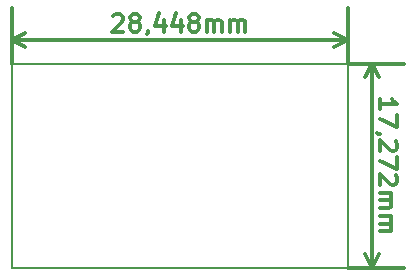
<source format=gbr>
G04 #@! TF.FileFunction,Drawing*
%FSLAX46Y46*%
G04 Gerber Fmt 4.6, Leading zero omitted, Abs format (unit mm)*
G04 Created by KiCad (PCBNEW 4.0.2-stable) date 07/05/2016 12:43:24*
%MOMM*%
G01*
G04 APERTURE LIST*
%ADD10C,0.100000*%
%ADD11C,0.300000*%
%ADD12C,0.150000*%
G04 APERTURE END LIST*
D10*
D11*
X163485429Y-96306287D02*
X163485429Y-95449144D01*
X163485429Y-95877716D02*
X164985429Y-95877716D01*
X164771143Y-95734859D01*
X164628286Y-95592001D01*
X164556857Y-95449144D01*
X164985429Y-96806287D02*
X164985429Y-97806287D01*
X163485429Y-97163430D01*
X163556857Y-98449143D02*
X163485429Y-98449143D01*
X163342571Y-98377715D01*
X163271143Y-98306286D01*
X164842571Y-99020572D02*
X164914000Y-99092001D01*
X164985429Y-99234858D01*
X164985429Y-99592001D01*
X164914000Y-99734858D01*
X164842571Y-99806287D01*
X164699714Y-99877715D01*
X164556857Y-99877715D01*
X164342571Y-99806287D01*
X163485429Y-98949144D01*
X163485429Y-99877715D01*
X164985429Y-100377715D02*
X164985429Y-101377715D01*
X163485429Y-100734858D01*
X164842571Y-101877714D02*
X164914000Y-101949143D01*
X164985429Y-102092000D01*
X164985429Y-102449143D01*
X164914000Y-102592000D01*
X164842571Y-102663429D01*
X164699714Y-102734857D01*
X164556857Y-102734857D01*
X164342571Y-102663429D01*
X163485429Y-101806286D01*
X163485429Y-102734857D01*
X163485429Y-103377714D02*
X164485429Y-103377714D01*
X164342571Y-103377714D02*
X164414000Y-103449142D01*
X164485429Y-103592000D01*
X164485429Y-103806285D01*
X164414000Y-103949142D01*
X164271143Y-104020571D01*
X163485429Y-104020571D01*
X164271143Y-104020571D02*
X164414000Y-104092000D01*
X164485429Y-104234857D01*
X164485429Y-104449142D01*
X164414000Y-104592000D01*
X164271143Y-104663428D01*
X163485429Y-104663428D01*
X163485429Y-105377714D02*
X164485429Y-105377714D01*
X164342571Y-105377714D02*
X164414000Y-105449142D01*
X164485429Y-105592000D01*
X164485429Y-105806285D01*
X164414000Y-105949142D01*
X164271143Y-106020571D01*
X163485429Y-106020571D01*
X164271143Y-106020571D02*
X164414000Y-106092000D01*
X164485429Y-106234857D01*
X164485429Y-106449142D01*
X164414000Y-106592000D01*
X164271143Y-106663428D01*
X163485429Y-106663428D01*
X162814000Y-92456000D02*
X162814000Y-109728000D01*
X160782000Y-92456000D02*
X165514000Y-92456000D01*
X160782000Y-109728000D02*
X165514000Y-109728000D01*
X162814000Y-109728000D02*
X162227579Y-108601496D01*
X162814000Y-109728000D02*
X163400421Y-108601496D01*
X162814000Y-92456000D02*
X162227579Y-93582504D01*
X162814000Y-92456000D02*
X163400421Y-93582504D01*
X140915144Y-88395429D02*
X140986573Y-88324000D01*
X141129430Y-88252571D01*
X141486573Y-88252571D01*
X141629430Y-88324000D01*
X141700859Y-88395429D01*
X141772287Y-88538286D01*
X141772287Y-88681143D01*
X141700859Y-88895429D01*
X140843716Y-89752571D01*
X141772287Y-89752571D01*
X142629430Y-88895429D02*
X142486572Y-88824000D01*
X142415144Y-88752571D01*
X142343715Y-88609714D01*
X142343715Y-88538286D01*
X142415144Y-88395429D01*
X142486572Y-88324000D01*
X142629430Y-88252571D01*
X142915144Y-88252571D01*
X143058001Y-88324000D01*
X143129430Y-88395429D01*
X143200858Y-88538286D01*
X143200858Y-88609714D01*
X143129430Y-88752571D01*
X143058001Y-88824000D01*
X142915144Y-88895429D01*
X142629430Y-88895429D01*
X142486572Y-88966857D01*
X142415144Y-89038286D01*
X142343715Y-89181143D01*
X142343715Y-89466857D01*
X142415144Y-89609714D01*
X142486572Y-89681143D01*
X142629430Y-89752571D01*
X142915144Y-89752571D01*
X143058001Y-89681143D01*
X143129430Y-89609714D01*
X143200858Y-89466857D01*
X143200858Y-89181143D01*
X143129430Y-89038286D01*
X143058001Y-88966857D01*
X142915144Y-88895429D01*
X143915143Y-89681143D02*
X143915143Y-89752571D01*
X143843715Y-89895429D01*
X143772286Y-89966857D01*
X145200858Y-88752571D02*
X145200858Y-89752571D01*
X144843715Y-88181143D02*
X144486572Y-89252571D01*
X145415144Y-89252571D01*
X146629429Y-88752571D02*
X146629429Y-89752571D01*
X146272286Y-88181143D02*
X145915143Y-89252571D01*
X146843715Y-89252571D01*
X147629429Y-88895429D02*
X147486571Y-88824000D01*
X147415143Y-88752571D01*
X147343714Y-88609714D01*
X147343714Y-88538286D01*
X147415143Y-88395429D01*
X147486571Y-88324000D01*
X147629429Y-88252571D01*
X147915143Y-88252571D01*
X148058000Y-88324000D01*
X148129429Y-88395429D01*
X148200857Y-88538286D01*
X148200857Y-88609714D01*
X148129429Y-88752571D01*
X148058000Y-88824000D01*
X147915143Y-88895429D01*
X147629429Y-88895429D01*
X147486571Y-88966857D01*
X147415143Y-89038286D01*
X147343714Y-89181143D01*
X147343714Y-89466857D01*
X147415143Y-89609714D01*
X147486571Y-89681143D01*
X147629429Y-89752571D01*
X147915143Y-89752571D01*
X148058000Y-89681143D01*
X148129429Y-89609714D01*
X148200857Y-89466857D01*
X148200857Y-89181143D01*
X148129429Y-89038286D01*
X148058000Y-88966857D01*
X147915143Y-88895429D01*
X148843714Y-89752571D02*
X148843714Y-88752571D01*
X148843714Y-88895429D02*
X148915142Y-88824000D01*
X149058000Y-88752571D01*
X149272285Y-88752571D01*
X149415142Y-88824000D01*
X149486571Y-88966857D01*
X149486571Y-89752571D01*
X149486571Y-88966857D02*
X149558000Y-88824000D01*
X149700857Y-88752571D01*
X149915142Y-88752571D01*
X150058000Y-88824000D01*
X150129428Y-88966857D01*
X150129428Y-89752571D01*
X150843714Y-89752571D02*
X150843714Y-88752571D01*
X150843714Y-88895429D02*
X150915142Y-88824000D01*
X151058000Y-88752571D01*
X151272285Y-88752571D01*
X151415142Y-88824000D01*
X151486571Y-88966857D01*
X151486571Y-89752571D01*
X151486571Y-88966857D02*
X151558000Y-88824000D01*
X151700857Y-88752571D01*
X151915142Y-88752571D01*
X152058000Y-88824000D01*
X152129428Y-88966857D01*
X152129428Y-89752571D01*
X160782000Y-90424000D02*
X132334000Y-90424000D01*
X160782000Y-92456000D02*
X160782000Y-87724000D01*
X132334000Y-92456000D02*
X132334000Y-87724000D01*
X132334000Y-90424000D02*
X133460504Y-89837579D01*
X132334000Y-90424000D02*
X133460504Y-91010421D01*
X160782000Y-90424000D02*
X159655496Y-89837579D01*
X160782000Y-90424000D02*
X159655496Y-91010421D01*
D12*
X160782000Y-92456000D02*
X155194000Y-92456000D01*
X160782000Y-109728000D02*
X160782000Y-92456000D01*
X155194000Y-109728000D02*
X160782000Y-109728000D01*
X132334000Y-92456000D02*
X133350000Y-92456000D01*
X132334000Y-109728000D02*
X132334000Y-92456000D01*
X155194000Y-109728000D02*
X132334000Y-109728000D01*
X133350000Y-92456000D02*
X155194000Y-92456000D01*
M02*

</source>
